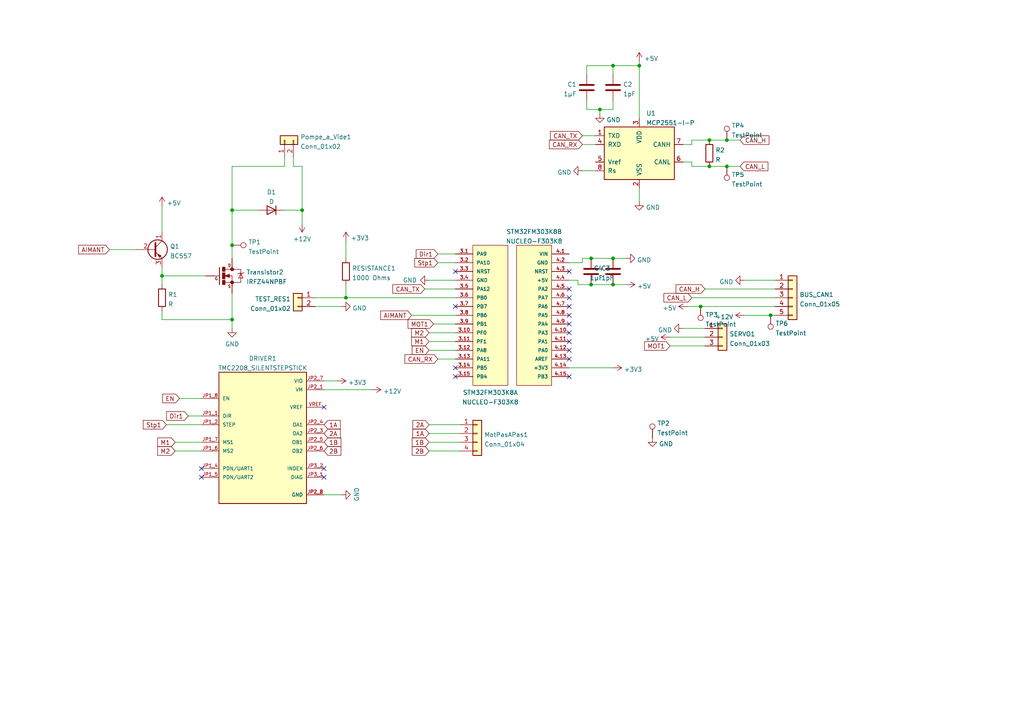
<source format=kicad_sch>
(kicad_sch (version 20211123) (generator eeschema)
  (paper "A4")
  (lib_symbols
    (symbol "Connector:TestPoint" (pin_numbers hide) (pin_names (offset 0.762) hide)
      (property "Reference" "TP" (at 0 6.858 0))
      (property "Value" "TestPoint" (at 0 5.08 0))
      (symbol "TestPoint_0_1"
        (circle (center 0 3.302) (radius 0.762))
      )
      (symbol "TestPoint_1_1"
        (pin passive line (at 0 0 90) (length 2.54) (name "1") (number "1"))
      )
    )
    (symbol "Connector_Generic:Conn_01x02" (pin_names (offset 1.016) hide)
      (property "Reference" "J" (at 0 2.54 0))
      (property "Value" "Conn_01x02" (at 0 -5.08 0))
      (symbol "Conn_01x02_1_1"
        (rectangle (start -1.27 -2.413) (end 0 -2.667) (stroke (width 0.1524)))
        (rectangle (start -1.27 0.127) (end 0 -0.127) (stroke (width 0.1524)))
        (rectangle (start -1.27 1.27) (end 1.27 -3.81) (stroke (width 0.254)) (fill (type background)))
        (pin passive line (at -5.08 0 0) (length 3.81) (name "Pin_1") (number "1"))
        (pin passive line (at -5.08 -2.54 0) (length 3.81) (name "Pin_2") (number "2"))
      )
    )
    (symbol "Connector_Generic:Conn_01x03" (pin_names (offset 1.016) hide)
      (property "Reference" "J" (at 0 5.08 0))
      (property "Value" "Conn_01x03" (at 0 -5.08 0))
      (symbol "Conn_01x03_1_1"
        (rectangle (start -1.27 -2.413) (end 0 -2.667) (stroke (width 0.1524)))
        (rectangle (start -1.27 0.127) (end 0 -0.127) (stroke (width 0.1524)))
        (rectangle (start -1.27 2.667) (end 0 2.413) (stroke (width 0.1524)))
        (rectangle (start -1.27 3.81) (end 1.27 -3.81) (stroke (width 0.254)) (fill (type background)))
        (pin passive line (at -5.08 2.54 0) (length 3.81) (name "Pin_1") (number "1"))
        (pin passive line (at -5.08 0 0) (length 3.81) (name "Pin_2") (number "2"))
        (pin passive line (at -5.08 -2.54 0) (length 3.81) (name "Pin_3") (number "3"))
      )
    )
    (symbol "Connector_Generic:Conn_01x04" (pin_names (offset 1.016) hide)
      (property "Reference" "J" (at 0 5.08 0))
      (property "Value" "Conn_01x04" (at 0 -7.62 0))
      (symbol "Conn_01x04_1_1"
        (rectangle (start -1.27 -4.953) (end 0 -5.207) (stroke (width 0.1524)))
        (rectangle (start -1.27 -2.413) (end 0 -2.667) (stroke (width 0.1524)))
        (rectangle (start -1.27 0.127) (end 0 -0.127) (stroke (width 0.1524)))
        (rectangle (start -1.27 2.667) (end 0 2.413) (stroke (width 0.1524)))
        (rectangle (start -1.27 3.81) (end 1.27 -6.35) (stroke (width 0.254)) (fill (type background)))
        (pin passive line (at -5.08 2.54 0) (length 3.81) (name "Pin_1") (number "1"))
        (pin passive line (at -5.08 0 0) (length 3.81) (name "Pin_2") (number "2"))
        (pin passive line (at -5.08 -2.54 0) (length 3.81) (name "Pin_3") (number "3"))
        (pin passive line (at -5.08 -5.08 0) (length 3.81) (name "Pin_4") (number "4"))
      )
    )
    (symbol "Connector_Generic:Conn_01x05" (pin_names (offset 1.016) hide)
      (property "Reference" "J" (at 0 7.62 0))
      (property "Value" "Conn_01x05" (at 0 -7.62 0))
      (symbol "Conn_01x05_1_1"
        (rectangle (start -1.27 -4.953) (end 0 -5.207) (stroke (width 0.1524)))
        (rectangle (start -1.27 -2.413) (end 0 -2.667) (stroke (width 0.1524)))
        (rectangle (start -1.27 0.127) (end 0 -0.127) (stroke (width 0.1524)))
        (rectangle (start -1.27 2.667) (end 0 2.413) (stroke (width 0.1524)))
        (rectangle (start -1.27 5.207) (end 0 4.953) (stroke (width 0.1524)))
        (rectangle (start -1.27 6.35) (end 1.27 -6.35) (stroke (width 0.254)) (fill (type background)))
        (pin passive line (at -5.08 5.08 0) (length 3.81) (name "Pin_1") (number "1"))
        (pin passive line (at -5.08 2.54 0) (length 3.81) (name "Pin_2") (number "2"))
        (pin passive line (at -5.08 0 0) (length 3.81) (name "Pin_3") (number "3"))
        (pin passive line (at -5.08 -2.54 0) (length 3.81) (name "Pin_4") (number "4"))
        (pin passive line (at -5.08 -5.08 0) (length 3.81) (name "Pin_5") (number "5"))
      )
    )
    (symbol "Device:C" (pin_numbers hide) (pin_names (offset 0.254))
      (property "Reference" "C" (at 0.635 2.54 0))
      (property "Value" "C" (at 0.635 -2.54 0))
      (symbol "C_0_1"
        (polyline (pts (xy -2.032 -0.762) (xy 2.032 -0.762)) (stroke (width 0.508)))
        (polyline (pts (xy -2.032 0.762) (xy 2.032 0.762)) (stroke (width 0.508)))
      )
      (symbol "C_1_1"
        (pin passive line (at 0 3.81 270) (length 2.794) (name "~") (number "1"))
        (pin passive line (at 0 -3.81 90) (length 2.794) (name "~") (number "2"))
      )
    )
    (symbol "Device:D" (pin_numbers hide) (pin_names (offset 1.016) hide)
      (property "Reference" "D" (at 0 2.54 0))
      (property "Value" "D" (at 0 -2.54 0))
      (symbol "D_0_1"
        (polyline (pts (xy -1.27 1.27) (xy -1.27 -1.27)) (stroke (width 0.254)))
        (polyline (pts (xy 1.27 0) (xy -1.27 0)))
        (polyline (pts (xy 1.27 1.27) (xy 1.27 -1.27) (xy -1.27 0) (xy 1.27 1.27)) (stroke (width 0.254)))
      )
      (symbol "D_1_1"
        (pin passive line (at -3.81 0 0) (length 2.54) (name "K") (number "1"))
        (pin passive line (at 3.81 0 180) (length 2.54) (name "A") (number "2"))
      )
    )
    (symbol "Device:R" (pin_numbers hide) (pin_names (offset 0))
      (property "Reference" "R" (at 2.032 0 90))
      (property "Value" "R" (at 0 0 90))
      (symbol "R_0_1"
        (rectangle (start -1.016 -2.54) (end 1.016 2.54) (stroke (width 0.254)))
      )
      (symbol "R_1_1"
        (pin passive line (at 0 3.81 270) (length 1.27) (name "~") (number "1"))
        (pin passive line (at 0 -3.81 90) (length 1.27) (name "~") (number "2"))
      )
    )
    (symbol "IRFZ44NPBF:IRFZ44NPBF" (pin_numbers hide) (pin_names (offset 1.016) hide)
      (property "Reference" "U" (at 5.08 2.54 0))
      (property "Value" "IRFZ44NPBF" (at 5.08 0 0))
      (symbol "IRFZ44NPBF_0_0"
        (rectangle (start -2.794 -2.54) (end -2.032 -1.27) (fill (type outline)))
        (rectangle (start -2.794 -0.889) (end -2.032 0.889) (fill (type outline)))
        (rectangle (start -2.794 1.27) (end -2.032 2.54) (fill (type outline)))
        (circle (center 0 -1.905) (radius 0.127) (stroke (width 0.4064)))
        (polyline (pts (xy -3.81 0) (xy -5.08 0)) (stroke (width 0.1524)))
        (polyline (pts (xy -3.6576 2.413) (xy -3.6576 -2.54)) (stroke (width 0.254)))
        (polyline (pts (xy -2.032 -1.905) (xy 0 -1.905)) (stroke (width 0.1524)))
        (polyline (pts (xy -2.032 0) (xy -0.762 -0.508)) (stroke (width 0.1524)))
        (polyline (pts (xy -1.778 0) (xy -0.889 -0.254)) (stroke (width 0.3048)))
        (polyline (pts (xy -0.889 -0.254) (xy -0.889 0)) (stroke (width 0.3048)))
        (polyline (pts (xy -0.889 0) (xy -1.143 0)) (stroke (width 0.3048)))
        (polyline (pts (xy -0.889 0) (xy 0 0)) (stroke (width 0.1524)))
        (polyline (pts (xy -0.889 0.254) (xy -1.778 0)) (stroke (width 0.3048)))
        (polyline (pts (xy -0.762 -0.508) (xy -0.762 0.508)) (stroke (width 0.1524)))
        (polyline (pts (xy -0.762 0.508) (xy -2.032 0)) (stroke (width 0.1524)))
        (polyline (pts (xy 0 -1.905) (xy 0 -2.54)) (stroke (width 0.1524)))
        (polyline (pts (xy 0 0) (xy 0 -1.905)) (stroke (width 0.1524)))
        (polyline (pts (xy 0 1.905) (xy -2.0066 1.905)) (stroke (width 0.1524)))
        (polyline (pts (xy 0 1.905) (xy 2.54 1.905)) (stroke (width 0.1524)))
        (polyline (pts (xy 0 2.54) (xy 0 1.905)) (stroke (width 0.1524)))
        (polyline (pts (xy 1.905 -0.635) (xy 3.175 -0.635)) (stroke (width 0.1524)))
        (polyline (pts (xy 1.905 0.762) (xy 1.651 0.508)) (stroke (width 0.1524)))
        (polyline (pts (xy 1.905 0.762) (xy 2.54 0.762)) (stroke (width 0.1524)))
        (polyline (pts (xy 2.54 -1.905) (xy 0 -1.905)) (stroke (width 0.1524)))
        (polyline (pts (xy 2.54 0.762) (xy 1.905 -0.635)) (stroke (width 0.1524)))
        (polyline (pts (xy 2.54 0.762) (xy 2.54 -1.905)) (stroke (width 0.1524)))
        (polyline (pts (xy 2.54 0.762) (xy 3.175 0.762)) (stroke (width 0.1524)))
        (polyline (pts (xy 2.54 1.905) (xy 2.54 0.762)) (stroke (width 0.1524)))
        (polyline (pts (xy 3.175 -0.635) (xy 2.54 0.762)) (stroke (width 0.1524)))
        (polyline (pts (xy 3.175 0.762) (xy 3.429 1.016)) (stroke (width 0.1524)))
        (circle (center 0 1.905) (radius 0.127) (stroke (width 0.4064)))
        (text "D" (at -1.27 2.54 0) (effects (font (size 0.8128 0.8128)) (justify left bottom)))
        (text "G" (at -5.08 -1.27 0) (effects (font (size 0.8128 0.8128)) (justify left bottom)))
        (text "S" (at -1.27 -3.556 0) (effects (font (size 0.8128 0.8128)) (justify left bottom)))
        (pin passive line (at -7.62 0 0) (length 2.54) (name "~") (number "1"))
        (pin passive line (at 0 5.08 270) (length 2.54) (name "~") (number "2"))
        (pin passive line (at 0 -5.08 90) (length 2.54) (name "~") (number "3"))
      )
    )
    (symbol "Interface_CAN_LIN:MCP2551-I-P" (pin_names (offset 1.016))
      (property "Reference" "U" (at -10.16 8.89 0))
      (property "Value" "MCP2551-I-P" (at 2.54 8.89 0))
      (symbol "MCP2551-I-P_0_1"
        (rectangle (start -10.16 7.62) (end 10.16 -7.62) (stroke (width 0.254)) (fill (type background)))
      )
      (symbol "MCP2551-I-P_1_1"
        (pin input line (at -12.7 5.08 0) (length 2.54) (name "TXD") (number "1"))
        (pin power_in line (at 0 -10.16 90) (length 2.54) (name "VSS") (number "2"))
        (pin power_in line (at 0 10.16 270) (length 2.54) (name "VDD") (number "3"))
        (pin output line (at -12.7 2.54 0) (length 2.54) (name "RXD") (number "4"))
        (pin power_out line (at -12.7 -2.54 0) (length 2.54) (name "Vref") (number "5"))
        (pin bidirectional line (at 12.7 -2.54 180) (length 2.54) (name "CANL") (number "6"))
        (pin bidirectional line (at 12.7 2.54 180) (length 2.54) (name "CANH") (number "7"))
        (pin input line (at -12.7 -5.08 0) (length 2.54) (name "Rs") (number "8"))
      )
    )
    (symbol "NUCLEO-F303K8:NUCLEO-F303K8" (pin_names (offset 1.016))
      (property "Reference" "A" (at -5.08 20.8534 0))
      (property "Value" "NUCLEO-F303K8" (at -5.08 -22.6314 0))
      (symbol "NUCLEO-F303K8_1_0"
        (rectangle (start -5.08 -20.32) (end 5.08 20.32) (stroke (width 0.1524)) (fill (type background)))
        (pin bidirectional line (at 10.16 17.78 180) (length 5.08) (name "PA9") (number "3.1"))
        (pin bidirectional line (at 10.16 -5.08 180) (length 5.08) (name "PF0") (number "3.10"))
        (pin bidirectional line (at 10.16 -7.62 180) (length 5.08) (name "PF1") (number "3.11"))
        (pin bidirectional line (at 10.16 -10.16 180) (length 5.08) (name "PA8") (number "3.12"))
        (pin bidirectional line (at 10.16 -12.7 180) (length 5.08) (name "PA11") (number "3.13"))
        (pin bidirectional line (at 10.16 -15.24 180) (length 5.08) (name "PB5") (number "3.14"))
        (pin bidirectional line (at 10.16 -17.78 180) (length 5.08) (name "PB4") (number "3.15"))
        (pin bidirectional line (at 10.16 15.24 180) (length 5.08) (name "PA10") (number "3.2"))
        (pin bidirectional line (at 10.16 12.7 180) (length 5.08) (name "NRST") (number "3.3"))
        (pin bidirectional line (at 10.16 10.16 180) (length 5.08) (name "GND") (number "3.4"))
        (pin bidirectional line (at 10.16 7.62 180) (length 5.08) (name "PA12") (number "3.5"))
        (pin bidirectional line (at 10.16 5.08 180) (length 5.08) (name "PB0") (number "3.6"))
        (pin bidirectional line (at 10.16 2.54 180) (length 5.08) (name "PB7") (number "3.7"))
        (pin bidirectional line (at 10.16 0 180) (length 5.08) (name "PB6") (number "3.8"))
        (pin bidirectional line (at 10.16 -2.54 180) (length 5.08) (name "PB1") (number "3.9"))
      )
      (symbol "NUCLEO-F303K8_2_0"
        (rectangle (start -5.08 -20.32) (end 5.08 20.32) (stroke (width 0.1524)) (fill (type background)))
        (pin bidirectional line (at 10.16 17.78 180) (length 5.08) (name "VIN") (number "4.1"))
        (pin bidirectional line (at 10.16 -5.08 180) (length 5.08) (name "PA3") (number "4.10"))
        (pin bidirectional line (at 10.16 -7.62 180) (length 5.08) (name "PA1") (number "4.11"))
        (pin bidirectional line (at 10.16 -10.16 180) (length 5.08) (name "PA0") (number "4.12"))
        (pin bidirectional line (at 10.16 -12.7 180) (length 5.08) (name "AREF") (number "4.13"))
        (pin bidirectional line (at 10.16 -15.24 180) (length 5.08) (name "+3V3") (number "4.14"))
        (pin bidirectional line (at 10.16 -17.78 180) (length 5.08) (name "PB3") (number "4.15"))
        (pin bidirectional line (at 10.16 15.24 180) (length 5.08) (name "GND") (number "4.2"))
        (pin bidirectional line (at 10.16 12.7 180) (length 5.08) (name "NRST") (number "4.3"))
        (pin bidirectional line (at 10.16 10.16 180) (length 5.08) (name "+5V") (number "4.4"))
        (pin bidirectional line (at 10.16 7.62 180) (length 5.08) (name "PA2") (number "4.5"))
        (pin bidirectional line (at 10.16 5.08 180) (length 5.08) (name "PA7") (number "4.6"))
        (pin bidirectional line (at 10.16 2.54 180) (length 5.08) (name "PA6") (number "4.7"))
        (pin bidirectional line (at 10.16 0 180) (length 5.08) (name "PA5") (number "4.8"))
        (pin bidirectional line (at 10.16 -2.54 180) (length 5.08) (name "PA4") (number "4.9"))
      )
    )
    (symbol "TMC2208_SILENTSTEPSTICK:TMC2208_SILENTSTEPSTICK" (pin_names (offset 1.016))
      (property "Reference" "U" (at -12.7 19.05 0))
      (property "Value" "TMC2208_SILENTSTEPSTICK" (at -12.7 -22.86 0))
      (symbol "TMC2208_SILENTSTEPSTICK_0_0"
        (rectangle (start -12.7 -20.32) (end 12.7 17.78) (stroke (width 0.254)) (fill (type background)))
        (pin input line (at -17.78 5.08 0) (length 5.08) (name "DIR") (number "JP1_1"))
        (pin input line (at -17.78 2.54 0) (length 5.08) (name "STEP") (number "JP1_2"))
        (pin bidirectional line (at -17.78 -10.16 0) (length 5.08) (name "PDN/UART1") (number "JP1_4"))
        (pin bidirectional line (at -17.78 -12.7 0) (length 5.08) (name "PDN/UART2") (number "JP1_5"))
        (pin input line (at -17.78 -5.08 0) (length 5.08) (name "MS2") (number "JP1_6"))
        (pin input line (at -17.78 -2.54 0) (length 5.08) (name "MS1") (number "JP1_7"))
        (pin input line (at -17.78 10.16 0) (length 5.08) (name "EN") (number "JP1_8"))
        (pin power_in line (at 17.78 12.7 180) (length 5.08) (name "VM") (number "JP2_1"))
        (pin power_in line (at 17.78 -17.78 180) (length 5.08) (name "GND") (number "JP2_2"))
        (pin passive line (at 17.78 0 180) (length 5.08) (name "OA2") (number "JP2_3"))
        (pin passive line (at 17.78 2.54 180) (length 5.08) (name "OA1") (number "JP2_4"))
        (pin passive line (at 17.78 -2.54 180) (length 5.08) (name "OB1") (number "JP2_5"))
        (pin passive line (at 17.78 -5.08 180) (length 5.08) (name "OB2") (number "JP2_6"))
        (pin power_in line (at 17.78 15.24 180) (length 5.08) (name "VIO") (number "JP2_7"))
        (pin power_in line (at 17.78 -17.78 180) (length 5.08) (name "GND") (number "JP2_8"))
        (pin output line (at 17.78 -12.7 180) (length 5.08) (name "DIAG") (number "JP3_1"))
        (pin output line (at 17.78 -10.16 180) (length 5.08) (name "INDEX") (number "JP3_2"))
        (pin passive line (at 17.78 7.62 180) (length 5.08) (name "VREF") (number "VREF"))
      )
    )
    (symbol "Transistor_BJT:BC557" (pin_names (offset 0) hide)
      (property "Reference" "Q" (at 5.08 1.905 0))
      (property "Value" "BC557" (at 5.08 0 0))
      (symbol "BC557_0_1"
        (polyline (pts (xy 0.635 0.635) (xy 2.54 2.54)))
        (polyline (pts (xy 0.635 -0.635) (xy 2.54 -2.54) (xy 2.54 -2.54)))
        (polyline (pts (xy 0.635 1.905) (xy 0.635 -1.905) (xy 0.635 -1.905)) (stroke (width 0.508)))
        (polyline (pts (xy 2.286 -1.778) (xy 1.778 -2.286) (xy 1.27 -1.27) (xy 2.286 -1.778) (xy 2.286 -1.778)) (fill (type outline)))
        (circle (center 1.27 0) (radius 2.8194) (stroke (width 0.254)))
      )
      (symbol "BC557_1_1"
        (pin passive line (at 2.54 5.08 270) (length 2.54) (name "C") (number "1"))
        (pin input line (at -5.08 0 0) (length 5.715) (name "B") (number "2"))
        (pin passive line (at 2.54 -5.08 90) (length 2.54) (name "E") (number "3"))
      )
    )
    (symbol "power:+12V" (power) (pin_names (offset 0))
      (property "Value" "+12V" (at 0 3.556 0))
      (symbol "+12V_0_1"
        (polyline (pts (xy -0.762 1.27) (xy 0 2.54)))
        (polyline (pts (xy 0 0) (xy 0 2.54)))
        (polyline (pts (xy 0 2.54) (xy 0.762 1.27)))
      )
      (symbol "+12V_1_1"
        (pin power_in line (at 0 0 90) (length 0) hide (name "+12V") (number "1"))
      )
    )
    (symbol "power:+3.3V" (power) (pin_names (offset 0))
      (property "Value" "+3.3V" (at 0 3.556 0))
      (symbol "+3.3V_0_1"
        (polyline (pts (xy -0.762 1.27) (xy 0 2.54)))
        (polyline (pts (xy 0 0) (xy 0 2.54)))
        (polyline (pts (xy 0 2.54) (xy 0.762 1.27)))
      )
      (symbol "+3.3V_1_1"
        (pin power_in line (at 0 0 90) (length 0) hide (name "+3V3") (number "1"))
      )
    )
    (symbol "power:+5V" (power) (pin_names (offset 0))
      (property "Value" "+5V" (at 0 3.556 0))
      (symbol "+5V_0_1"
        (polyline (pts (xy -0.762 1.27) (xy 0 2.54)))
        (polyline (pts (xy 0 0) (xy 0 2.54)))
        (polyline (pts (xy 0 2.54) (xy 0.762 1.27)))
      )
      (symbol "+5V_1_1"
        (pin power_in line (at 0 0 90) (length 0) hide (name "+5V") (number "1"))
      )
    )
    (symbol "power:GND" (power) (pin_names (offset 0))
      (property "Value" "GND" (at 0 -3.81 0))
      (symbol "GND_0_1"
        (polyline (pts (xy 0 0) (xy 0 -1.27) (xy 1.27 -1.27) (xy 0 -2.54) (xy -1.27 -1.27) (xy 0 -1.27)))
      )
      (symbol "GND_1_1"
        (pin power_in line (at 0 0 270) (length 0) hide (name "GND") (number "1"))
      )
    )
  )
  (junction (at 210.82 48.26))
  (junction (at 203.2 88.9))
  (junction (at 177.8 82.55))
  (junction (at 205.74 40.64))
  (junction (at 177.8 74.93))
  (junction (at 67.31 60.96))
  (junction (at 205.74 48.26))
  (junction (at 46.99 80.01))
  (junction (at 100.33 86.36))
  (junction (at 67.31 71.12))
  (junction (at 171.45 82.55))
  (junction (at 177.8 19.05))
  (junction (at 173.99 31.75))
  (junction (at 210.82 40.64))
  (junction (at 223.52 91.44))
  (junction (at 185.42 19.05))
  (junction (at 67.31 92.71))
  (junction (at 87.63 60.96))
  (junction (at 171.45 74.93))
  (no_connect (at 165.1 83.82))
  (no_connect (at 165.1 86.36))
  (no_connect (at 132.08 78.74))
  (no_connect (at 132.08 88.9))
  (no_connect (at 132.08 106.68))
  (no_connect (at 132.08 109.22))
  (no_connect (at 58.42 135.89))
  (no_connect (at 93.98 135.89))
  (no_connect (at 93.98 138.43))
  (no_connect (at 93.98 118.11))
  (no_connect (at 165.1 88.9))
  (no_connect (at 165.1 91.44))
  (no_connect (at 165.1 93.98))
  (no_connect (at 165.1 96.52))
  (no_connect (at 165.1 99.06))
  (no_connect (at 165.1 101.6))
  (no_connect (at 165.1 78.74))
  (no_connect (at 165.1 104.14))
  (no_connect (at 165.1 109.22))
  (no_connect (at 58.42 138.43))
  (wire (pts (xy 203.2 88.9) (xy 224.79 88.9)))
  (wire (pts (xy 127 73.66) (xy 132.08 73.66)))
  (wire (pts (xy 171.45 74.93) (xy 177.8 74.93)))
  (wire (pts (xy 124.46 96.52) (xy 132.08 96.52)))
  (wire (pts (xy 124.46 125.73) (xy 133.35 125.73)))
  (wire (pts (xy 67.31 71.12) (xy 67.31 74.93)))
  (wire (pts (xy 46.99 59.69) (xy 46.99 67.31)))
  (wire (pts (xy 127 104.14) (xy 132.08 104.14)))
  (wire (pts (xy 200.66 41.91) (xy 200.66 40.64)))
  (wire (pts (xy 204.47 83.82) (xy 224.79 83.82)))
  (wire (pts (xy 170.18 29.21) (xy 170.18 31.75)))
  (wire (pts (xy 194.31 97.79) (xy 204.47 97.79)))
  (wire (pts (xy 91.44 86.36) (xy 100.33 86.36)))
  (wire (pts (xy 100.33 86.36) (xy 132.08 86.36)))
  (wire (pts (xy 46.99 77.47) (xy 46.99 80.01)))
  (wire (pts (xy 31.75 72.39) (xy 39.37 72.39)))
  (wire (pts (xy 173.99 31.75) (xy 173.99 33.02)))
  (wire (pts (xy 119.38 91.44) (xy 132.08 91.44)))
  (wire (pts (xy 87.63 48.26) (xy 87.63 60.96)))
  (wire (pts (xy 200.66 40.64) (xy 205.74 40.64)))
  (wire (pts (xy 170.18 19.05) (xy 177.8 19.05)))
  (wire (pts (xy 165.1 106.68) (xy 177.8 106.68)))
  (wire (pts (xy 85.09 48.26) (xy 87.63 48.26)))
  (wire (pts (xy 124.46 101.6) (xy 132.08 101.6)))
  (wire (pts (xy 200.66 48.26) (xy 205.74 48.26)))
  (wire (pts (xy 46.99 90.17) (xy 46.99 92.71)))
  (wire (pts (xy 205.74 40.64) (xy 210.82 40.64)))
  (wire (pts (xy 177.8 29.21) (xy 177.8 31.75)))
  (wire (pts (xy 185.42 17.78) (xy 185.42 19.05)))
  (wire (pts (xy 123.19 83.82) (xy 132.08 83.82)))
  (wire (pts (xy 52.07 115.57) (xy 58.42 115.57)))
  (wire (pts (xy 67.31 85.09) (xy 67.31 92.71)))
  (wire (pts (xy 67.31 60.96) (xy 74.93 60.96)))
  (wire (pts (xy 223.52 91.44) (xy 224.79 91.44)))
  (wire (pts (xy 168.91 74.93) (xy 171.45 74.93)))
  (wire (pts (xy 168.91 41.91) (xy 172.72 41.91)))
  (wire (pts (xy 198.12 41.91) (xy 200.66 41.91)))
  (wire (pts (xy 46.99 80.01) (xy 46.99 82.55)))
  (wire (pts (xy 125.73 93.98) (xy 132.08 93.98)))
  (wire (pts (xy 210.82 48.26) (xy 214.63 48.26)))
  (wire (pts (xy 165.1 76.2) (xy 168.91 76.2)))
  (wire (pts (xy 199.39 88.9) (xy 203.2 88.9)))
  (wire (pts (xy 67.31 60.96) (xy 67.31 71.12)))
  (wire (pts (xy 93.98 143.51) (xy 99.06 143.51)))
  (wire (pts (xy 85.09 45.72) (xy 85.09 48.26)))
  (wire (pts (xy 210.82 40.64) (xy 214.63 40.64)))
  (wire (pts (xy 185.42 54.61) (xy 185.42 58.42)))
  (wire (pts (xy 177.8 19.05) (xy 177.8 21.59)))
  (wire (pts (xy 167.64 81.28) (xy 167.64 82.55)))
  (wire (pts (xy 100.33 82.55) (xy 100.33 86.36)))
  (wire (pts (xy 177.8 19.05) (xy 185.42 19.05)))
  (wire (pts (xy 168.91 76.2) (xy 168.91 74.93)))
  (wire (pts (xy 165.1 81.28) (xy 167.64 81.28)))
  (wire (pts (xy 198.12 95.25) (xy 204.47 95.25)))
  (wire (pts (xy 67.31 92.71) (xy 67.31 95.25)))
  (wire (pts (xy 215.9 91.44) (xy 223.52 91.44)))
  (wire (pts (xy 171.45 82.55) (xy 177.8 82.55)))
  (wire (pts (xy 46.99 92.71) (xy 67.31 92.71)))
  (wire (pts (xy 124.46 99.06) (xy 132.08 99.06)))
  (wire (pts (xy 185.42 19.05) (xy 185.42 34.29)))
  (wire (pts (xy 50.8 130.81) (xy 58.42 130.81)))
  (wire (pts (xy 173.99 31.75) (xy 177.8 31.75)))
  (wire (pts (xy 82.55 60.96) (xy 87.63 60.96)))
  (wire (pts (xy 54.61 120.65) (xy 58.42 120.65)))
  (wire (pts (xy 124.46 130.81) (xy 133.35 130.81)))
  (wire (pts (xy 200.66 86.36) (xy 224.79 86.36)))
  (wire (pts (xy 170.18 31.75) (xy 173.99 31.75)))
  (wire (pts (xy 100.33 69.85) (xy 100.33 74.93)))
  (wire (pts (xy 67.31 60.96) (xy 67.31 48.26)))
  (wire (pts (xy 170.18 21.59) (xy 170.18 19.05)))
  (wire (pts (xy 205.74 48.26) (xy 210.82 48.26)))
  (wire (pts (xy 177.8 74.93) (xy 181.61 74.93)))
  (wire (pts (xy 67.31 48.26) (xy 82.55 48.26)))
  (wire (pts (xy 198.12 46.99) (xy 200.66 46.99)))
  (wire (pts (xy 124.46 128.27) (xy 133.35 128.27)))
  (wire (pts (xy 124.46 123.19) (xy 133.35 123.19)))
  (wire (pts (xy 50.8 128.27) (xy 58.42 128.27)))
  (wire (pts (xy 200.66 46.99) (xy 200.66 48.26)))
  (wire (pts (xy 168.91 39.37) (xy 172.72 39.37)))
  (wire (pts (xy 194.31 100.33) (xy 204.47 100.33)))
  (wire (pts (xy 87.63 60.96) (xy 87.63 64.77)))
  (wire (pts (xy 168.91 49.53) (xy 172.72 49.53)))
  (wire (pts (xy 93.98 113.03) (xy 107.95 113.03)))
  (wire (pts (xy 167.64 82.55) (xy 171.45 82.55)))
  (wire (pts (xy 127 76.2) (xy 132.08 76.2)))
  (wire (pts (xy 215.9 81.28) (xy 224.79 81.28)))
  (wire (pts (xy 46.99 80.01) (xy 59.69 80.01)))
  (wire (pts (xy 124.46 81.28) (xy 132.08 81.28)))
  (wire (pts (xy 99.06 88.9) (xy 91.44 88.9)))
  (wire (pts (xy 93.98 110.49) (xy 97.79 110.49)))
  (wire (pts (xy 48.26 123.19) (xy 58.42 123.19)))
  (wire (pts (xy 177.8 82.55) (xy 181.61 82.55)))
  (wire (pts (xy 82.55 45.72) (xy 82.55 48.26)))
  (global_label "2A" (shape input) (at 124.46 123.19 180) (property "Intersheet References" "${INTERSHEET_REFS}" (effects hide)))
  (global_label "1B" (shape input) (at 93.98 128.27 0) (property "Intersheet References" "${INTERSHEET_REFS}" (effects hide)))
  (global_label "MOT1" (shape input) (at 194.31 100.33 180) (property "Intersheet References" "${INTERSHEET_REFS}" (effects hide)))
  (global_label "2B" (shape input) (at 93.98 130.81 0) (property "Intersheet References" "${INTERSHEET_REFS}" (effects hide)))
  (global_label "Stp1" (shape input) (at 48.26 123.19 180) (property "Intersheet References" "${INTERSHEET_REFS}" (effects hide)))
  (global_label "Dir1" (shape input) (at 127 73.66 180) (property "Intersheet References" "${INTERSHEET_REFS}" (effects hide)))
  (global_label "CAN_L" (shape input) (at 214.63 48.26 0) (property "Intersheet References" "${INTERSHEET_REFS}" (effects hide)))
  (global_label "M2" (shape input) (at 124.46 96.52 180) (property "Intersheet References" "${INTERSHEET_REFS}" (effects hide)))
  (global_label "CAN_RX" (shape input) (at 127 104.14 180) (property "Intersheet References" "${INTERSHEET_REFS}" (effects hide)))
  (global_label "CAN_TX" (shape input) (at 168.91 39.37 180) (property "Intersheet References" "${INTERSHEET_REFS}" (effects hide)))
  (global_label "2B" (shape input) (at 124.46 130.81 180) (property "Intersheet References" "${INTERSHEET_REFS}" (effects hide)))
  (global_label "M1" (shape input) (at 124.46 99.06 180) (property "Intersheet References" "${INTERSHEET_REFS}" (effects hide)))
  (global_label "CAN_L" (shape input) (at 200.66 86.36 180) (property "Intersheet References" "${INTERSHEET_REFS}" (effects hide)))
  (global_label "CAN_TX" (shape input) (at 123.19 83.82 180) (property "Intersheet References" "${INTERSHEET_REFS}" (effects hide)))
  (global_label "CAN_H" (shape input) (at 204.47 83.82 180) (property "Intersheet References" "${INTERSHEET_REFS}" (effects hide)))
  (global_label "AIMANT" (shape input) (at 31.75 72.39 180) (property "Intersheet References" "${INTERSHEET_REFS}" (effects hide)))
  (global_label "EN" (shape input) (at 52.07 115.57 180) (property "Intersheet References" "${INTERSHEET_REFS}" (effects hide)))
  (global_label "Stp1" (shape input) (at 127 76.2 180) (property "Intersheet References" "${INTERSHEET_REFS}" (effects hide)))
  (global_label "1B" (shape input) (at 124.46 128.27 180) (property "Intersheet References" "${INTERSHEET_REFS}" (effects hide)))
  (global_label "2A" (shape input) (at 93.98 125.73 0) (property "Intersheet References" "${INTERSHEET_REFS}" (effects hide)))
  (global_label "M2" (shape input) (at 50.8 130.81 180) (property "Intersheet References" "${INTERSHEET_REFS}" (effects hide)))
  (global_label "MOT1" (shape input) (at 125.73 93.98 180) (property "Intersheet References" "${INTERSHEET_REFS}" (effects hide)))
  (global_label "CAN_RX" (shape input) (at 168.91 41.91 180) (property "Intersheet References" "${INTERSHEET_REFS}" (effects hide)))
  (global_label "M1" (shape input) (at 50.8 128.27 180) (property "Intersheet References" "${INTERSHEET_REFS}" (effects hide)))
  (global_label "Dir1" (shape input) (at 54.61 120.65 180) (property "Intersheet References" "${INTERSHEET_REFS}" (effects hide)))
  (global_label "CAN_H" (shape input) (at 214.63 40.64 0) (property "Intersheet References" "${INTERSHEET_REFS}" (effects hide)))
  (global_label "AIMANT" (shape input) (at 119.38 91.44 180) (property "Intersheet References" "${INTERSHEET_REFS}" (effects hide)))
  (global_label "1A" (shape input) (at 124.46 125.73 180) (property "Intersheet References" "${INTERSHEET_REFS}" (effects hide)))
  (global_label "EN" (shape input) (at 124.46 101.6 180) (property "Intersheet References" "${INTERSHEET_REFS}" (effects hide)))
  (global_label "1A" (shape input) (at 93.98 123.19 0) (property "Intersheet References" "${INTERSHEET_REFS}" (effects hide)))
  (symbol (lib_id "Device:C") (at 177.8 78.74 0) (unit 1)
    (property "Reference" "C4" (at 174.879 77.8315 0) (effects (justify right)))
    (property "Value" "1µF" (at 174.879 80.6066 0) (effects (justify right)))
    (property "Footprint" "Capacitor_SMD:C_1206_3216Metric" (effects hide))
  )
  (symbol (lib_id "Connector:TestPoint") (at 223.52 91.44 180) (unit 1)
    (property "Reference" "TP6" (at 224.917 93.8335 0) (effects (justify right)))
    (property "Value" "TestPoint" (at 224.917 96.6086 0) (effects (justify right)))
    (property "Footprint" "TestPoint:TestPoint_Pad_D2.0mm" (effects hide))
  )
  (symbol (lib_id "Device:C") (at 177.8 25.4 0) (unit 1)
    (property "Reference" "C2" (at 180.721 24.4915 0) (effects (justify left)))
    (property "Value" "1pF" (at 180.721 27.2666 0) (effects (justify left)))
    (property "Footprint" "Capacitor_SMD:C_1206_3216Metric" (effects hide))
  )
  (symbol (lib_id "power:+5V") (at 199.39 88.9 90) (mirror x) (unit 1)
    (property "Reference" "#PWR0120" (effects hide))
    (property "Value" "+5V" (at 196.2151 89.379 90) (effects (justify left)))
  )
  (symbol (lib_id "power:GND") (at 189.23 127 0) (unit 1)
    (property "Reference" "#PWR0122" (effects hide))
    (property "Value" "GND" (at 191.135 128.749 0) (effects (justify left)))
  )
  (symbol (lib_id "Connector_Generic:Conn_01x02") (at 86.36 86.36 0) (mirror y) (unit 1)
    (property "Reference" "TEST_RES1" (at 84.328 86.7215 0) (effects (justify left)))
    (property "Value" "Conn_01x02" (at 84.328 89.4966 0) (effects (justify left)))
    (property "Footprint" "Connector_PinSocket_2.54mm:PinSocket_1x02_P2.54mm_Vertical" (effects hide))
  )
  (symbol (lib_id "power:GND") (at 215.9 81.28 270) (unit 1)
    (property "Reference" "#PWR0108" (effects hide))
    (property "Value" "GND" (at 212.7251 81.759 90) (effects (justify right)))
  )
  (symbol (lib_id "NUCLEO-F303K8:NUCLEO-F303K8") (at 154.94 91.44 0) (unit 2)
    (property "Reference" "STM32FM303K8" (at 154.94 67.2043 0))
    (property "Value" "NUCLEO-F303K8" (at 154.94 69.9794 0))
    (property "Footprint" "empreinte:iou" (effects hide))
    (property "MANUFACTURER" "ST Microelectronics" (effects hide))
    (property "STANDARD" "Manufacturer rEcommendation" (effects hide))
    (property "PARTREV" "3" (effects hide))
  )
  (symbol (lib_id "power:GND") (at 168.91 49.53 270) (unit 1)
    (property "Reference" "#PWR0119" (effects hide))
    (property "Value" "GND" (at 165.7351 50.009 90) (effects (justify right)))
  )
  (symbol (lib_id "power:+5V") (at 194.31 97.79 90) (mirror x) (unit 1)
    (property "Reference" "#PWR0121" (effects hide))
    (property "Value" "+5V" (at 191.1351 98.269 90) (effects (justify left)))
  )
  (symbol (lib_id "Connector:TestPoint") (at 67.31 71.12 270) (unit 1)
    (property "Reference" "TP1" (at 72.009 70.2115 90) (effects (justify left)))
    (property "Value" "TestPoint" (at 72.009 72.9866 90) (effects (justify left)))
    (property "Footprint" "TestPoint:TestPoint_Pad_D2.0mm" (effects hide))
  )
  (symbol (lib_id "Interface_CAN_LIN:MCP2551-I-P") (at 185.42 44.45 0) (unit 1)
    (property "Reference" "U1" (at 187.4394 32.8635 0) (effects (justify left)))
    (property "Value" "MCP2551-I-P" (at 187.4394 35.6386 0) (effects (justify left)))
    (property "Footprint" "Package_DIP:DIP-8_W7.62mm" (effects hide))
    (property "Datasheet" "http://ww1.microchip.com/downloads/en/devicedoc/21667d.pdf" (effects hide))
  )
  (symbol (lib_id "Device:R") (at 205.74 44.45 0) (unit 1)
    (property "Reference" "R2" (at 207.518 43.5415 0) (effects (justify left)))
    (property "Value" "R" (at 207.518 46.3166 0) (effects (justify left)))
    (property "Footprint" "Resistor_THT:R_Axial_DIN0309_L9.0mm_D3.2mm_P12.70mm_Horizontal" (effects hide))
  )
  (symbol (lib_id "Connector_Generic:Conn_01x02") (at 82.55 40.64 90) (unit 1)
    (property "Reference" "Pompe_a_Vide1" (at 87.122 39.7315 90) (effects (justify right)))
    (property "Value" "Conn_01x02" (at 87.122 42.5066 90) (effects (justify right)))
    (property "Footprint" "Connector_JST:JST_PH_B2B-PH-K_1x02_P2.00mm_Vertical" (effects hide))
  )
  (symbol (lib_id "NUCLEO-F303K8:NUCLEO-F303K8") (at 142.24 91.44 0) (mirror y) (unit 1)
    (property "Reference" "STM32FM303K8" (at 142.24 113.8587 0))
    (property "Value" "NUCLEO-F303K8" (at 142.24 116.6338 0))
    (property "Footprint" "empreinte:iou" (effects hide))
    (property "MANUFACTURER" "ST Microelectronics" (effects hide))
    (property "STANDARD" "Manufacturer rEcommendation" (effects hide))
    (property "PARTREV" "3" (effects hide))
  )
  (symbol (lib_id "power:+5V") (at 46.99 59.69 0) (unit 1)
    (property "Reference" "#PWR0118" (effects hide))
    (property "Value" "+5V" (at 48.387 58.899 0) (effects (justify left)))
  )
  (symbol (lib_id "power:+12V") (at 107.95 113.03 270) (mirror x) (unit 1)
    (property "Reference" "#PWR0117" (effects hide))
    (property "Value" "+12V" (at 111.125 113.509 90) (effects (justify left)))
  )
  (symbol (lib_id "power:+12V") (at 87.63 64.77 180) (unit 1)
    (property "Reference" "#PWR0112" (effects hide))
    (property "Value" "+12V" (at 87.63 69.3325 0))
  )
  (symbol (lib_id "power:GND") (at 99.06 88.9 90) (mirror x) (unit 1)
    (property "Reference" "#PWR0102" (effects hide))
    (property "Value" "GND" (at 102.2349 89.379 90) (effects (justify right)))
  )
  (symbol (lib_id "Transistor_BJT:BC557") (at 44.45 72.39 0) (unit 1)
    (property "Reference" "Q1" (at 49.3014 71.4815 0) (effects (justify left)))
    (property "Value" "BC557" (at 49.3014 74.2566 0) (effects (justify left)))
    (property "Footprint" "Package_TO_SOT_THT:TO-92_Inline" (effects hide))
    (property "Datasheet" "https://www.onsemi.com/pub/Collateral/BC556BTA-D.pdf" (effects hide))
  )
  (symbol (lib_id "Connector:TestPoint") (at 203.2 88.9 180) (unit 1)
    (property "Reference" "TP3" (at 204.597 91.2935 0) (effects (justify right)))
    (property "Value" "TestPoint" (at 204.597 94.0686 0) (effects (justify right)))
    (property "Footprint" "TestPoint:TestPoint_Pad_D2.0mm" (effects hide))
  )
  (symbol (lib_id "Connector_Generic:Conn_01x04") (at 138.43 125.73 0) (unit 1)
    (property "Reference" "MotPasAPas1" (at 140.462 126.0915 0) (effects (justify left)))
    (property "Value" "Conn_01x04" (at 140.462 128.8666 0) (effects (justify left)))
    (property "Footprint" "Connector_PinSocket_2.54mm:PinSocket_1x04_P2.54mm_Vertical" (effects hide))
  )
  (symbol (lib_id "Connector:TestPoint") (at 210.82 40.64 0) (unit 1)
    (property "Reference" "TP4" (at 212.217 36.4295 0) (effects (justify left)))
    (property "Value" "TestPoint" (at 212.217 39.2046 0) (effects (justify left)))
    (property "Footprint" "TestPoint:TestPoint_Pad_D2.0mm" (effects hide))
  )
  (symbol (lib_id "Device:R") (at 46.99 86.36 180) (unit 1)
    (property "Reference" "R1" (at 48.768 85.4515 0) (effects (justify right)))
    (property "Value" "R" (at 48.768 88.2266 0) (effects (justify right)))
    (property "Footprint" "Resistor_THT:R_Axial_DIN0207_L6.3mm_D2.5mm_P15.24mm_Horizontal" (effects hide))
  )
  (symbol (lib_id "power:+12V") (at 215.9 91.44 90) (mirror x) (unit 1)
    (property "Reference" "#PWR0115" (effects hide))
    (property "Value" "+12V" (at 212.725 91.919 90) (effects (justify left)))
  )
  (symbol (lib_id "power:+5V") (at 185.42 17.78 0) (unit 1)
    (property "Reference" "#PWR0109" (effects hide))
    (property "Value" "+5V" (at 186.817 16.989 0) (effects (justify left)))
  )
  (symbol (lib_id "power:+3.3V") (at 100.33 69.85 0) (unit 1)
    (property "Reference" "#PWR0116" (effects hide))
    (property "Value" "+3.3V" (at 101.727 69.059 0) (effects (justify left)))
  )
  (symbol (lib_id "TMC2208_SILENTSTEPSTICK:TMC2208_SILENTSTEPSTICK") (at 76.2 125.73 0) (unit 1)
    (property "Reference" "DRIVER1" (at 76.2 103.9835 0))
    (property "Value" "TMC2208_SILENTSTEPSTICK" (at 76.2 106.7586 0))
    (property "Footprint" "MODULE_TMC2208_SILENTSTEPSTICK" (effects hide))
    (property "MANUFACTURER" "Trinamic Motion" (effects hide))
  )
  (symbol (lib_id "power:GND") (at 124.46 81.28 270) (mirror x) (unit 1)
    (property "Reference" "#PWR0110" (effects hide))
    (property "Value" "GND" (at 116.84 81.28 90) (effects (justify left)))
  )
  (symbol (lib_id "Connector:TestPoint") (at 210.82 48.26 180) (unit 1)
    (property "Reference" "TP5" (at 212.217 50.6535 0) (effects (justify right)))
    (property "Value" "TestPoint" (at 212.217 53.4286 0) (effects (justify right)))
    (property "Footprint" "TestPoint:TestPoint_Pad_D2.0mm" (effects hide))
  )
  (symbol (lib_id "power:GND") (at 67.31 95.25 0) (unit 1)
    (property "Reference" "#PWR0114" (effects hide))
    (property "Value" "GND" (at 67.31 99.8125 0))
  )
  (symbol (lib_id "power:+5V") (at 181.61 82.55 270) (unit 1)
    (property "Reference" "#PWR0106" (effects hide))
    (property "Value" "+5V" (at 184.785 83.029 90) (effects (justify left)))
  )
  (symbol (lib_id "power:+3.3V") (at 97.79 110.49 270) (unit 1)
    (property "Reference" "#PWR0111" (effects hide))
    (property "Value" "+3.3V" (at 100.965 110.969 90) (effects (justify left)))
  )
  (symbol (lib_id "power:GND") (at 99.06 143.51 90) (unit 1)
    (property "Reference" "#PWR0113" (effects hide))
    (property "Value" "GND" (at 103.4542 143.383 0))
  )
  (symbol (lib_id "Connector_Generic:Conn_01x03") (at 209.55 97.79 0) (unit 1)
    (property "Reference" "SERVO1" (at 211.582 96.8815 0) (effects (justify left)))
    (property "Value" "Conn_01x03" (at 211.582 99.6566 0) (effects (justify left)))
    (property "Footprint" "Connector_JST:JST_PH_B3B-PH-K_1x03_P2.00mm_Vertical" (effects hide))
  )
  (symbol (lib_id "power:GND") (at 173.99 33.02 0) (unit 1)
    (property "Reference" "#PWR0101" (effects hide))
    (property "Value" "GND" (at 175.895 34.769 0) (effects (justify left)))
  )
  (symbol (lib_id "Device:D") (at 78.74 60.96 0) (mirror y) (unit 1)
    (property "Reference" "D1" (at 78.74 55.7235 0))
    (property "Value" "D" (at 78.74 58.4986 0))
    (property "Footprint" "Diode_THT:D_A-405_P12.70mm_Horizontal" (effects hide))
  )
  (symbol (lib_id "power:GND") (at 185.42 58.42 0) (unit 1)
    (property "Reference" "#PWR0107" (effects hide))
    (property "Value" "GND" (at 187.325 60.169 0) (effects (justify left)))
  )
  (symbol (lib_id "Device:C") (at 170.18 25.4 0) (unit 1)
    (property "Reference" "C1" (at 167.259 24.4915 0) (effects (justify right)))
    (property "Value" "1µF" (at 167.259 27.2666 0) (effects (justify right)))
    (property "Footprint" "Capacitor_SMD:C_1206_3216Metric" (effects hide))
  )
  (symbol (lib_id "power:GND") (at 198.12 95.25 270) (unit 1)
    (property "Reference" "#PWR0103" (effects hide))
    (property "Value" "GND" (at 194.9451 95.729 90) (effects (justify right)))
  )
  (symbol (lib_id "Device:R") (at 100.33 78.74 0) (unit 1)
    (property "Reference" "RESISTANCE1" (at 102.108 77.8315 0) (effects (justify left)))
    (property "Value" "1000 Ohms" (at 102.108 80.6066 0) (effects (justify left)))
    (property "Footprint" "Resistor_THT:R_Axial_DIN0207_L6.3mm_D2.5mm_P15.24mm_Horizontal" (effects hide))
  )
  (symbol (lib_id "Connector:TestPoint") (at 189.23 127 0) (unit 1)
    (property "Reference" "TP2" (at 190.627 122.7895 0) (effects (justify left)))
    (property "Value" "TestPoint" (at 190.627 125.5646 0) (effects (justify left)))
    (property "Footprint" "TestPoint:TestPoint_Pad_D2.0mm" (effects hide))
  )
  (symbol (lib_id "power:+3.3V") (at 177.8 106.68 270) (unit 1)
    (property "Reference" "#PWR0104" (effects hide))
    (property "Value" "+3.3V" (at 180.975 107.159 90) (effects (justify left)))
  )
  (symbol (lib_id "Device:C") (at 171.45 78.74 0) (unit 1)
    (property "Reference" "C3" (at 174.371 77.8315 0) (effects (justify left)))
    (property "Value" "1pF" (at 174.371 80.6066 0) (effects (justify left)))
    (property "Footprint" "Capacitor_SMD:C_1206_3216Metric" (effects hide))
  )
  (symbol (lib_id "power:GND") (at 181.61 74.93 90) (unit 1)
    (property "Reference" "#PWR0105" (effects hide))
    (property "Value" "GND" (at 184.785 75.409 90) (effects (justify right)))
  )
  (symbol (lib_id "IRFZ44NPBF:IRFZ44NPBF") (at 67.31 80.01 0) (unit 1)
    (property "Reference" "Transistor2" (at 71.4502 78.9552 0) (effects (justify left)))
    (property "Value" "IRFZ44NPBF" (at 71.4502 81.7303 0) (effects (justify left)))
    (property "Footprint" "Package_TO_SOT_THT:TO-220-3_Horizontal_TabDown" (effects hide))
  )
  (symbol (lib_id "Connector_Generic:Conn_01x05") (at 229.87 86.36 0) (unit 1)
    (property "Reference" "BUS_CAN1" (at 231.902 85.4515 0) (effects (justify left)))
    (property "Value" "Conn_01x05" (at 231.902 88.2266 0) (effects (justify left)))
    (property "Footprint" "Connector_JST:JST_PH_B5B-PH-K_1x05_P2.00mm_Vertical" (effects hide))
  )
)
</source>
